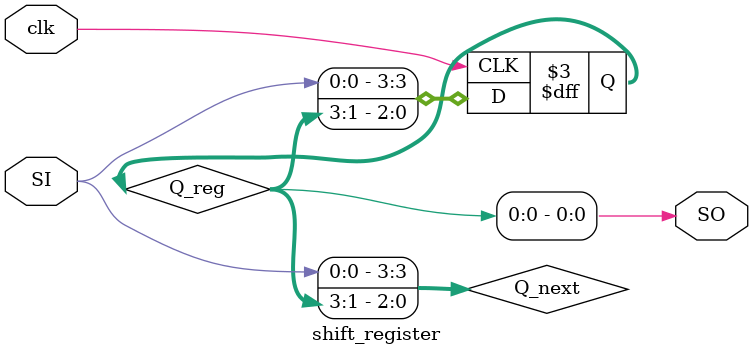
<source format=v>
`timescale 1ns / 1ps


module shift_register// does a shift to right, but is always shifting
#(parameter N = 4)
    (
        input clk,
        input SI,// serial input
        // Output [N-1:0] Q, //if we care about the content , bit pushed in
        output SO //Serial output, we only care about the bit being pushed out
    );
    
    reg [N - 1: 0] Q_reg, Q_next;
    
    always@(posedge clk)
    begin
        Q_reg <= Q_next;
    end
    
    //next state logic
    always@(Q_reg, SI)
    begin// right shift
        Q_next = {SI, Q_reg[N - 1: 1]};//keeps the leftmost 3 bits, and concatenates/adds a single bit SI to its left (shift); thus, discarding the rightmost bit, by necessity 
        
//        //left shift
//        Q_next = {Q_reg[N - 2: 0], SI}; // keeps rightmost 3 bits, and concatenates SI to its right, pushing out the leftmost bit
    end
    
        assign SO = Q_reg[0];//for right shift
//      assign SO = Q_reg[N - 1];//for left shift
//      assign Q = Q_reg; // if we care about the contents of the regs   
endmodule

</source>
